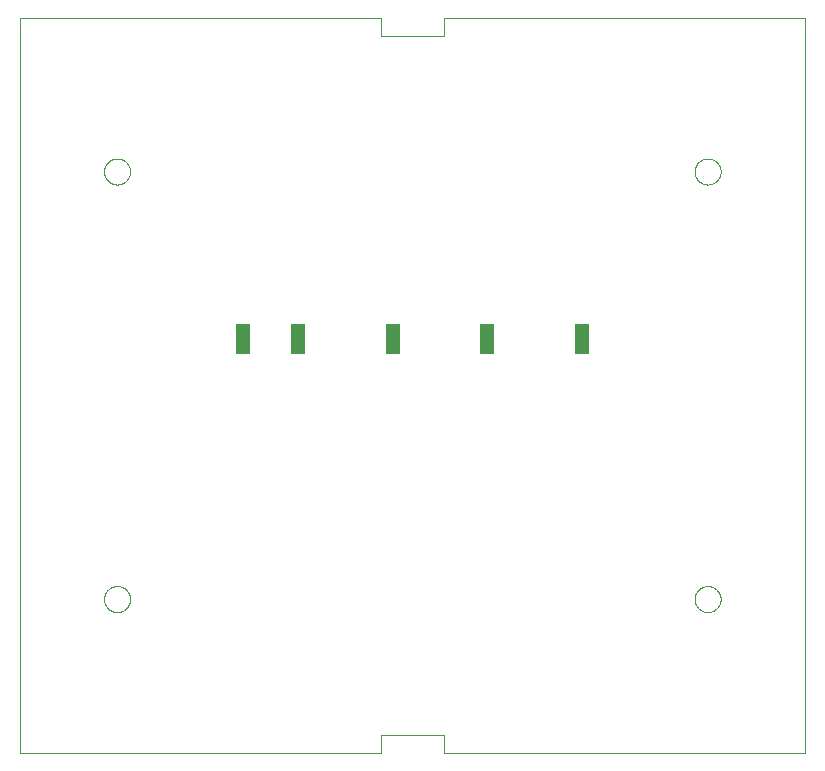
<source format=gbp>
G75*
%MOIN*%
%OFA0B0*%
%FSLAX25Y25*%
%IPPOS*%
%LPD*%
%AMOC8*
5,1,8,0,0,1.08239X$1,22.5*
%
%ADD10C,0.00000*%
%ADD11R,0.05000X0.10000*%
D10*
X0001000Y0010394D02*
X0001000Y0255276D01*
X0121472Y0255276D01*
X0121472Y0249370D01*
X0142339Y0249370D01*
X0142339Y0255276D01*
X0262811Y0255276D01*
X0262811Y0010394D01*
X0142339Y0010394D01*
X0142339Y0016299D01*
X0121472Y0016299D01*
X0121472Y0010394D01*
X0001000Y0010394D01*
X0029149Y0061575D02*
X0029151Y0061706D01*
X0029157Y0061838D01*
X0029167Y0061969D01*
X0029181Y0062100D01*
X0029199Y0062230D01*
X0029221Y0062359D01*
X0029246Y0062488D01*
X0029276Y0062616D01*
X0029310Y0062743D01*
X0029347Y0062870D01*
X0029388Y0062994D01*
X0029433Y0063118D01*
X0029482Y0063240D01*
X0029534Y0063361D01*
X0029590Y0063479D01*
X0029650Y0063597D01*
X0029713Y0063712D01*
X0029780Y0063825D01*
X0029850Y0063937D01*
X0029923Y0064046D01*
X0029999Y0064152D01*
X0030079Y0064257D01*
X0030162Y0064359D01*
X0030248Y0064458D01*
X0030337Y0064555D01*
X0030429Y0064649D01*
X0030524Y0064740D01*
X0030621Y0064829D01*
X0030721Y0064914D01*
X0030824Y0064996D01*
X0030929Y0065075D01*
X0031036Y0065151D01*
X0031146Y0065223D01*
X0031258Y0065292D01*
X0031372Y0065358D01*
X0031487Y0065420D01*
X0031605Y0065479D01*
X0031724Y0065534D01*
X0031845Y0065586D01*
X0031968Y0065633D01*
X0032092Y0065677D01*
X0032217Y0065718D01*
X0032343Y0065754D01*
X0032471Y0065787D01*
X0032599Y0065815D01*
X0032728Y0065840D01*
X0032858Y0065861D01*
X0032988Y0065878D01*
X0033119Y0065891D01*
X0033250Y0065900D01*
X0033381Y0065905D01*
X0033513Y0065906D01*
X0033644Y0065903D01*
X0033776Y0065896D01*
X0033907Y0065885D01*
X0034037Y0065870D01*
X0034167Y0065851D01*
X0034297Y0065828D01*
X0034425Y0065802D01*
X0034553Y0065771D01*
X0034680Y0065736D01*
X0034806Y0065698D01*
X0034930Y0065656D01*
X0035054Y0065610D01*
X0035175Y0065560D01*
X0035295Y0065507D01*
X0035414Y0065450D01*
X0035531Y0065390D01*
X0035645Y0065326D01*
X0035758Y0065258D01*
X0035869Y0065187D01*
X0035978Y0065113D01*
X0036084Y0065036D01*
X0036188Y0064955D01*
X0036289Y0064872D01*
X0036388Y0064785D01*
X0036484Y0064695D01*
X0036577Y0064602D01*
X0036668Y0064507D01*
X0036755Y0064409D01*
X0036840Y0064308D01*
X0036921Y0064205D01*
X0036999Y0064099D01*
X0037074Y0063991D01*
X0037146Y0063881D01*
X0037214Y0063769D01*
X0037279Y0063655D01*
X0037340Y0063538D01*
X0037398Y0063420D01*
X0037452Y0063300D01*
X0037503Y0063179D01*
X0037550Y0063056D01*
X0037593Y0062932D01*
X0037632Y0062807D01*
X0037668Y0062680D01*
X0037699Y0062552D01*
X0037727Y0062424D01*
X0037751Y0062295D01*
X0037771Y0062165D01*
X0037787Y0062034D01*
X0037799Y0061903D01*
X0037807Y0061772D01*
X0037811Y0061641D01*
X0037811Y0061509D01*
X0037807Y0061378D01*
X0037799Y0061247D01*
X0037787Y0061116D01*
X0037771Y0060985D01*
X0037751Y0060855D01*
X0037727Y0060726D01*
X0037699Y0060598D01*
X0037668Y0060470D01*
X0037632Y0060343D01*
X0037593Y0060218D01*
X0037550Y0060094D01*
X0037503Y0059971D01*
X0037452Y0059850D01*
X0037398Y0059730D01*
X0037340Y0059612D01*
X0037279Y0059495D01*
X0037214Y0059381D01*
X0037146Y0059269D01*
X0037074Y0059159D01*
X0036999Y0059051D01*
X0036921Y0058945D01*
X0036840Y0058842D01*
X0036755Y0058741D01*
X0036668Y0058643D01*
X0036577Y0058548D01*
X0036484Y0058455D01*
X0036388Y0058365D01*
X0036289Y0058278D01*
X0036188Y0058195D01*
X0036084Y0058114D01*
X0035978Y0058037D01*
X0035869Y0057963D01*
X0035758Y0057892D01*
X0035646Y0057824D01*
X0035531Y0057760D01*
X0035414Y0057700D01*
X0035295Y0057643D01*
X0035175Y0057590D01*
X0035054Y0057540D01*
X0034930Y0057494D01*
X0034806Y0057452D01*
X0034680Y0057414D01*
X0034553Y0057379D01*
X0034425Y0057348D01*
X0034297Y0057322D01*
X0034167Y0057299D01*
X0034037Y0057280D01*
X0033907Y0057265D01*
X0033776Y0057254D01*
X0033644Y0057247D01*
X0033513Y0057244D01*
X0033381Y0057245D01*
X0033250Y0057250D01*
X0033119Y0057259D01*
X0032988Y0057272D01*
X0032858Y0057289D01*
X0032728Y0057310D01*
X0032599Y0057335D01*
X0032471Y0057363D01*
X0032343Y0057396D01*
X0032217Y0057432D01*
X0032092Y0057473D01*
X0031968Y0057517D01*
X0031845Y0057564D01*
X0031724Y0057616D01*
X0031605Y0057671D01*
X0031487Y0057730D01*
X0031372Y0057792D01*
X0031258Y0057858D01*
X0031146Y0057927D01*
X0031036Y0057999D01*
X0030929Y0058075D01*
X0030824Y0058154D01*
X0030721Y0058236D01*
X0030621Y0058321D01*
X0030524Y0058410D01*
X0030429Y0058501D01*
X0030337Y0058595D01*
X0030248Y0058692D01*
X0030162Y0058791D01*
X0030079Y0058893D01*
X0029999Y0058998D01*
X0029923Y0059104D01*
X0029850Y0059213D01*
X0029780Y0059325D01*
X0029713Y0059438D01*
X0029650Y0059553D01*
X0029590Y0059671D01*
X0029534Y0059789D01*
X0029482Y0059910D01*
X0029433Y0060032D01*
X0029388Y0060156D01*
X0029347Y0060280D01*
X0029310Y0060407D01*
X0029276Y0060534D01*
X0029246Y0060662D01*
X0029221Y0060791D01*
X0029199Y0060920D01*
X0029181Y0061050D01*
X0029167Y0061181D01*
X0029157Y0061312D01*
X0029151Y0061444D01*
X0029149Y0061575D01*
X0029149Y0204094D02*
X0029151Y0204225D01*
X0029157Y0204357D01*
X0029167Y0204488D01*
X0029181Y0204619D01*
X0029199Y0204749D01*
X0029221Y0204878D01*
X0029246Y0205007D01*
X0029276Y0205135D01*
X0029310Y0205262D01*
X0029347Y0205389D01*
X0029388Y0205513D01*
X0029433Y0205637D01*
X0029482Y0205759D01*
X0029534Y0205880D01*
X0029590Y0205998D01*
X0029650Y0206116D01*
X0029713Y0206231D01*
X0029780Y0206344D01*
X0029850Y0206456D01*
X0029923Y0206565D01*
X0029999Y0206671D01*
X0030079Y0206776D01*
X0030162Y0206878D01*
X0030248Y0206977D01*
X0030337Y0207074D01*
X0030429Y0207168D01*
X0030524Y0207259D01*
X0030621Y0207348D01*
X0030721Y0207433D01*
X0030824Y0207515D01*
X0030929Y0207594D01*
X0031036Y0207670D01*
X0031146Y0207742D01*
X0031258Y0207811D01*
X0031372Y0207877D01*
X0031487Y0207939D01*
X0031605Y0207998D01*
X0031724Y0208053D01*
X0031845Y0208105D01*
X0031968Y0208152D01*
X0032092Y0208196D01*
X0032217Y0208237D01*
X0032343Y0208273D01*
X0032471Y0208306D01*
X0032599Y0208334D01*
X0032728Y0208359D01*
X0032858Y0208380D01*
X0032988Y0208397D01*
X0033119Y0208410D01*
X0033250Y0208419D01*
X0033381Y0208424D01*
X0033513Y0208425D01*
X0033644Y0208422D01*
X0033776Y0208415D01*
X0033907Y0208404D01*
X0034037Y0208389D01*
X0034167Y0208370D01*
X0034297Y0208347D01*
X0034425Y0208321D01*
X0034553Y0208290D01*
X0034680Y0208255D01*
X0034806Y0208217D01*
X0034930Y0208175D01*
X0035054Y0208129D01*
X0035175Y0208079D01*
X0035295Y0208026D01*
X0035414Y0207969D01*
X0035531Y0207909D01*
X0035645Y0207845D01*
X0035758Y0207777D01*
X0035869Y0207706D01*
X0035978Y0207632D01*
X0036084Y0207555D01*
X0036188Y0207474D01*
X0036289Y0207391D01*
X0036388Y0207304D01*
X0036484Y0207214D01*
X0036577Y0207121D01*
X0036668Y0207026D01*
X0036755Y0206928D01*
X0036840Y0206827D01*
X0036921Y0206724D01*
X0036999Y0206618D01*
X0037074Y0206510D01*
X0037146Y0206400D01*
X0037214Y0206288D01*
X0037279Y0206174D01*
X0037340Y0206057D01*
X0037398Y0205939D01*
X0037452Y0205819D01*
X0037503Y0205698D01*
X0037550Y0205575D01*
X0037593Y0205451D01*
X0037632Y0205326D01*
X0037668Y0205199D01*
X0037699Y0205071D01*
X0037727Y0204943D01*
X0037751Y0204814D01*
X0037771Y0204684D01*
X0037787Y0204553D01*
X0037799Y0204422D01*
X0037807Y0204291D01*
X0037811Y0204160D01*
X0037811Y0204028D01*
X0037807Y0203897D01*
X0037799Y0203766D01*
X0037787Y0203635D01*
X0037771Y0203504D01*
X0037751Y0203374D01*
X0037727Y0203245D01*
X0037699Y0203117D01*
X0037668Y0202989D01*
X0037632Y0202862D01*
X0037593Y0202737D01*
X0037550Y0202613D01*
X0037503Y0202490D01*
X0037452Y0202369D01*
X0037398Y0202249D01*
X0037340Y0202131D01*
X0037279Y0202014D01*
X0037214Y0201900D01*
X0037146Y0201788D01*
X0037074Y0201678D01*
X0036999Y0201570D01*
X0036921Y0201464D01*
X0036840Y0201361D01*
X0036755Y0201260D01*
X0036668Y0201162D01*
X0036577Y0201067D01*
X0036484Y0200974D01*
X0036388Y0200884D01*
X0036289Y0200797D01*
X0036188Y0200714D01*
X0036084Y0200633D01*
X0035978Y0200556D01*
X0035869Y0200482D01*
X0035758Y0200411D01*
X0035646Y0200343D01*
X0035531Y0200279D01*
X0035414Y0200219D01*
X0035295Y0200162D01*
X0035175Y0200109D01*
X0035054Y0200059D01*
X0034930Y0200013D01*
X0034806Y0199971D01*
X0034680Y0199933D01*
X0034553Y0199898D01*
X0034425Y0199867D01*
X0034297Y0199841D01*
X0034167Y0199818D01*
X0034037Y0199799D01*
X0033907Y0199784D01*
X0033776Y0199773D01*
X0033644Y0199766D01*
X0033513Y0199763D01*
X0033381Y0199764D01*
X0033250Y0199769D01*
X0033119Y0199778D01*
X0032988Y0199791D01*
X0032858Y0199808D01*
X0032728Y0199829D01*
X0032599Y0199854D01*
X0032471Y0199882D01*
X0032343Y0199915D01*
X0032217Y0199951D01*
X0032092Y0199992D01*
X0031968Y0200036D01*
X0031845Y0200083D01*
X0031724Y0200135D01*
X0031605Y0200190D01*
X0031487Y0200249D01*
X0031372Y0200311D01*
X0031258Y0200377D01*
X0031146Y0200446D01*
X0031036Y0200518D01*
X0030929Y0200594D01*
X0030824Y0200673D01*
X0030721Y0200755D01*
X0030621Y0200840D01*
X0030524Y0200929D01*
X0030429Y0201020D01*
X0030337Y0201114D01*
X0030248Y0201211D01*
X0030162Y0201310D01*
X0030079Y0201412D01*
X0029999Y0201517D01*
X0029923Y0201623D01*
X0029850Y0201732D01*
X0029780Y0201844D01*
X0029713Y0201957D01*
X0029650Y0202072D01*
X0029590Y0202190D01*
X0029534Y0202308D01*
X0029482Y0202429D01*
X0029433Y0202551D01*
X0029388Y0202675D01*
X0029347Y0202799D01*
X0029310Y0202926D01*
X0029276Y0203053D01*
X0029246Y0203181D01*
X0029221Y0203310D01*
X0029199Y0203439D01*
X0029181Y0203569D01*
X0029167Y0203700D01*
X0029157Y0203831D01*
X0029151Y0203963D01*
X0029149Y0204094D01*
X0226000Y0204094D02*
X0226002Y0204225D01*
X0226008Y0204357D01*
X0226018Y0204488D01*
X0226032Y0204619D01*
X0226050Y0204749D01*
X0226072Y0204878D01*
X0226097Y0205007D01*
X0226127Y0205135D01*
X0226161Y0205262D01*
X0226198Y0205389D01*
X0226239Y0205513D01*
X0226284Y0205637D01*
X0226333Y0205759D01*
X0226385Y0205880D01*
X0226441Y0205998D01*
X0226501Y0206116D01*
X0226564Y0206231D01*
X0226631Y0206344D01*
X0226701Y0206456D01*
X0226774Y0206565D01*
X0226850Y0206671D01*
X0226930Y0206776D01*
X0227013Y0206878D01*
X0227099Y0206977D01*
X0227188Y0207074D01*
X0227280Y0207168D01*
X0227375Y0207259D01*
X0227472Y0207348D01*
X0227572Y0207433D01*
X0227675Y0207515D01*
X0227780Y0207594D01*
X0227887Y0207670D01*
X0227997Y0207742D01*
X0228109Y0207811D01*
X0228223Y0207877D01*
X0228338Y0207939D01*
X0228456Y0207998D01*
X0228575Y0208053D01*
X0228696Y0208105D01*
X0228819Y0208152D01*
X0228943Y0208196D01*
X0229068Y0208237D01*
X0229194Y0208273D01*
X0229322Y0208306D01*
X0229450Y0208334D01*
X0229579Y0208359D01*
X0229709Y0208380D01*
X0229839Y0208397D01*
X0229970Y0208410D01*
X0230101Y0208419D01*
X0230232Y0208424D01*
X0230364Y0208425D01*
X0230495Y0208422D01*
X0230627Y0208415D01*
X0230758Y0208404D01*
X0230888Y0208389D01*
X0231018Y0208370D01*
X0231148Y0208347D01*
X0231276Y0208321D01*
X0231404Y0208290D01*
X0231531Y0208255D01*
X0231657Y0208217D01*
X0231781Y0208175D01*
X0231905Y0208129D01*
X0232026Y0208079D01*
X0232146Y0208026D01*
X0232265Y0207969D01*
X0232382Y0207909D01*
X0232496Y0207845D01*
X0232609Y0207777D01*
X0232720Y0207706D01*
X0232829Y0207632D01*
X0232935Y0207555D01*
X0233039Y0207474D01*
X0233140Y0207391D01*
X0233239Y0207304D01*
X0233335Y0207214D01*
X0233428Y0207121D01*
X0233519Y0207026D01*
X0233606Y0206928D01*
X0233691Y0206827D01*
X0233772Y0206724D01*
X0233850Y0206618D01*
X0233925Y0206510D01*
X0233997Y0206400D01*
X0234065Y0206288D01*
X0234130Y0206174D01*
X0234191Y0206057D01*
X0234249Y0205939D01*
X0234303Y0205819D01*
X0234354Y0205698D01*
X0234401Y0205575D01*
X0234444Y0205451D01*
X0234483Y0205326D01*
X0234519Y0205199D01*
X0234550Y0205071D01*
X0234578Y0204943D01*
X0234602Y0204814D01*
X0234622Y0204684D01*
X0234638Y0204553D01*
X0234650Y0204422D01*
X0234658Y0204291D01*
X0234662Y0204160D01*
X0234662Y0204028D01*
X0234658Y0203897D01*
X0234650Y0203766D01*
X0234638Y0203635D01*
X0234622Y0203504D01*
X0234602Y0203374D01*
X0234578Y0203245D01*
X0234550Y0203117D01*
X0234519Y0202989D01*
X0234483Y0202862D01*
X0234444Y0202737D01*
X0234401Y0202613D01*
X0234354Y0202490D01*
X0234303Y0202369D01*
X0234249Y0202249D01*
X0234191Y0202131D01*
X0234130Y0202014D01*
X0234065Y0201900D01*
X0233997Y0201788D01*
X0233925Y0201678D01*
X0233850Y0201570D01*
X0233772Y0201464D01*
X0233691Y0201361D01*
X0233606Y0201260D01*
X0233519Y0201162D01*
X0233428Y0201067D01*
X0233335Y0200974D01*
X0233239Y0200884D01*
X0233140Y0200797D01*
X0233039Y0200714D01*
X0232935Y0200633D01*
X0232829Y0200556D01*
X0232720Y0200482D01*
X0232609Y0200411D01*
X0232497Y0200343D01*
X0232382Y0200279D01*
X0232265Y0200219D01*
X0232146Y0200162D01*
X0232026Y0200109D01*
X0231905Y0200059D01*
X0231781Y0200013D01*
X0231657Y0199971D01*
X0231531Y0199933D01*
X0231404Y0199898D01*
X0231276Y0199867D01*
X0231148Y0199841D01*
X0231018Y0199818D01*
X0230888Y0199799D01*
X0230758Y0199784D01*
X0230627Y0199773D01*
X0230495Y0199766D01*
X0230364Y0199763D01*
X0230232Y0199764D01*
X0230101Y0199769D01*
X0229970Y0199778D01*
X0229839Y0199791D01*
X0229709Y0199808D01*
X0229579Y0199829D01*
X0229450Y0199854D01*
X0229322Y0199882D01*
X0229194Y0199915D01*
X0229068Y0199951D01*
X0228943Y0199992D01*
X0228819Y0200036D01*
X0228696Y0200083D01*
X0228575Y0200135D01*
X0228456Y0200190D01*
X0228338Y0200249D01*
X0228223Y0200311D01*
X0228109Y0200377D01*
X0227997Y0200446D01*
X0227887Y0200518D01*
X0227780Y0200594D01*
X0227675Y0200673D01*
X0227572Y0200755D01*
X0227472Y0200840D01*
X0227375Y0200929D01*
X0227280Y0201020D01*
X0227188Y0201114D01*
X0227099Y0201211D01*
X0227013Y0201310D01*
X0226930Y0201412D01*
X0226850Y0201517D01*
X0226774Y0201623D01*
X0226701Y0201732D01*
X0226631Y0201844D01*
X0226564Y0201957D01*
X0226501Y0202072D01*
X0226441Y0202190D01*
X0226385Y0202308D01*
X0226333Y0202429D01*
X0226284Y0202551D01*
X0226239Y0202675D01*
X0226198Y0202799D01*
X0226161Y0202926D01*
X0226127Y0203053D01*
X0226097Y0203181D01*
X0226072Y0203310D01*
X0226050Y0203439D01*
X0226032Y0203569D01*
X0226018Y0203700D01*
X0226008Y0203831D01*
X0226002Y0203963D01*
X0226000Y0204094D01*
X0226000Y0061575D02*
X0226002Y0061706D01*
X0226008Y0061838D01*
X0226018Y0061969D01*
X0226032Y0062100D01*
X0226050Y0062230D01*
X0226072Y0062359D01*
X0226097Y0062488D01*
X0226127Y0062616D01*
X0226161Y0062743D01*
X0226198Y0062870D01*
X0226239Y0062994D01*
X0226284Y0063118D01*
X0226333Y0063240D01*
X0226385Y0063361D01*
X0226441Y0063479D01*
X0226501Y0063597D01*
X0226564Y0063712D01*
X0226631Y0063825D01*
X0226701Y0063937D01*
X0226774Y0064046D01*
X0226850Y0064152D01*
X0226930Y0064257D01*
X0227013Y0064359D01*
X0227099Y0064458D01*
X0227188Y0064555D01*
X0227280Y0064649D01*
X0227375Y0064740D01*
X0227472Y0064829D01*
X0227572Y0064914D01*
X0227675Y0064996D01*
X0227780Y0065075D01*
X0227887Y0065151D01*
X0227997Y0065223D01*
X0228109Y0065292D01*
X0228223Y0065358D01*
X0228338Y0065420D01*
X0228456Y0065479D01*
X0228575Y0065534D01*
X0228696Y0065586D01*
X0228819Y0065633D01*
X0228943Y0065677D01*
X0229068Y0065718D01*
X0229194Y0065754D01*
X0229322Y0065787D01*
X0229450Y0065815D01*
X0229579Y0065840D01*
X0229709Y0065861D01*
X0229839Y0065878D01*
X0229970Y0065891D01*
X0230101Y0065900D01*
X0230232Y0065905D01*
X0230364Y0065906D01*
X0230495Y0065903D01*
X0230627Y0065896D01*
X0230758Y0065885D01*
X0230888Y0065870D01*
X0231018Y0065851D01*
X0231148Y0065828D01*
X0231276Y0065802D01*
X0231404Y0065771D01*
X0231531Y0065736D01*
X0231657Y0065698D01*
X0231781Y0065656D01*
X0231905Y0065610D01*
X0232026Y0065560D01*
X0232146Y0065507D01*
X0232265Y0065450D01*
X0232382Y0065390D01*
X0232496Y0065326D01*
X0232609Y0065258D01*
X0232720Y0065187D01*
X0232829Y0065113D01*
X0232935Y0065036D01*
X0233039Y0064955D01*
X0233140Y0064872D01*
X0233239Y0064785D01*
X0233335Y0064695D01*
X0233428Y0064602D01*
X0233519Y0064507D01*
X0233606Y0064409D01*
X0233691Y0064308D01*
X0233772Y0064205D01*
X0233850Y0064099D01*
X0233925Y0063991D01*
X0233997Y0063881D01*
X0234065Y0063769D01*
X0234130Y0063655D01*
X0234191Y0063538D01*
X0234249Y0063420D01*
X0234303Y0063300D01*
X0234354Y0063179D01*
X0234401Y0063056D01*
X0234444Y0062932D01*
X0234483Y0062807D01*
X0234519Y0062680D01*
X0234550Y0062552D01*
X0234578Y0062424D01*
X0234602Y0062295D01*
X0234622Y0062165D01*
X0234638Y0062034D01*
X0234650Y0061903D01*
X0234658Y0061772D01*
X0234662Y0061641D01*
X0234662Y0061509D01*
X0234658Y0061378D01*
X0234650Y0061247D01*
X0234638Y0061116D01*
X0234622Y0060985D01*
X0234602Y0060855D01*
X0234578Y0060726D01*
X0234550Y0060598D01*
X0234519Y0060470D01*
X0234483Y0060343D01*
X0234444Y0060218D01*
X0234401Y0060094D01*
X0234354Y0059971D01*
X0234303Y0059850D01*
X0234249Y0059730D01*
X0234191Y0059612D01*
X0234130Y0059495D01*
X0234065Y0059381D01*
X0233997Y0059269D01*
X0233925Y0059159D01*
X0233850Y0059051D01*
X0233772Y0058945D01*
X0233691Y0058842D01*
X0233606Y0058741D01*
X0233519Y0058643D01*
X0233428Y0058548D01*
X0233335Y0058455D01*
X0233239Y0058365D01*
X0233140Y0058278D01*
X0233039Y0058195D01*
X0232935Y0058114D01*
X0232829Y0058037D01*
X0232720Y0057963D01*
X0232609Y0057892D01*
X0232497Y0057824D01*
X0232382Y0057760D01*
X0232265Y0057700D01*
X0232146Y0057643D01*
X0232026Y0057590D01*
X0231905Y0057540D01*
X0231781Y0057494D01*
X0231657Y0057452D01*
X0231531Y0057414D01*
X0231404Y0057379D01*
X0231276Y0057348D01*
X0231148Y0057322D01*
X0231018Y0057299D01*
X0230888Y0057280D01*
X0230758Y0057265D01*
X0230627Y0057254D01*
X0230495Y0057247D01*
X0230364Y0057244D01*
X0230232Y0057245D01*
X0230101Y0057250D01*
X0229970Y0057259D01*
X0229839Y0057272D01*
X0229709Y0057289D01*
X0229579Y0057310D01*
X0229450Y0057335D01*
X0229322Y0057363D01*
X0229194Y0057396D01*
X0229068Y0057432D01*
X0228943Y0057473D01*
X0228819Y0057517D01*
X0228696Y0057564D01*
X0228575Y0057616D01*
X0228456Y0057671D01*
X0228338Y0057730D01*
X0228223Y0057792D01*
X0228109Y0057858D01*
X0227997Y0057927D01*
X0227887Y0057999D01*
X0227780Y0058075D01*
X0227675Y0058154D01*
X0227572Y0058236D01*
X0227472Y0058321D01*
X0227375Y0058410D01*
X0227280Y0058501D01*
X0227188Y0058595D01*
X0227099Y0058692D01*
X0227013Y0058791D01*
X0226930Y0058893D01*
X0226850Y0058998D01*
X0226774Y0059104D01*
X0226701Y0059213D01*
X0226631Y0059325D01*
X0226564Y0059438D01*
X0226501Y0059553D01*
X0226441Y0059671D01*
X0226385Y0059789D01*
X0226333Y0059910D01*
X0226284Y0060032D01*
X0226239Y0060156D01*
X0226198Y0060280D01*
X0226161Y0060407D01*
X0226127Y0060534D01*
X0226097Y0060662D01*
X0226072Y0060791D01*
X0226050Y0060920D01*
X0226032Y0061050D01*
X0226018Y0061181D01*
X0226008Y0061312D01*
X0226002Y0061444D01*
X0226000Y0061575D01*
D11*
X0188402Y0148189D03*
X0156906Y0148189D03*
X0125409Y0148189D03*
X0093913Y0148189D03*
X0075409Y0148189D03*
M02*

</source>
